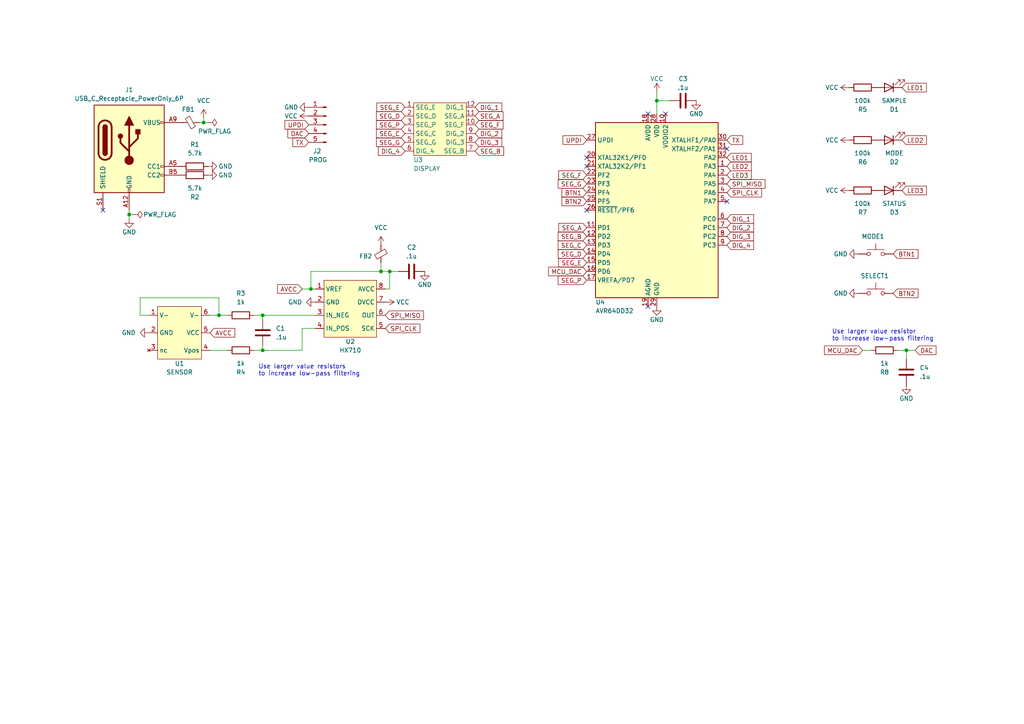
<source format=kicad_sch>
(kicad_sch (version 20230121) (generator eeschema)
  (paper "A4")
  (lib_symbols
    (symbol "Connector:Conn_01x05_Pin" (pin_names (offset 1.016) hide)
      (property "Reference" "J" (at 0 7.62 0))
      (property "Value" "Conn_01x05_Pin" (at 0 -7.62 0))
      (symbol "Conn_01x05_Pin_1_1"
        (polyline (pts (xy 1.27 -5.08) (xy 0.8636 -5.08)) (stroke (width 0.1524)))
        (polyline (pts (xy 1.27 -2.54) (xy 0.8636 -2.54)) (stroke (width 0.1524)))
        (polyline (pts (xy 1.27 0) (xy 0.8636 0)) (stroke (width 0.1524)))
        (polyline (pts (xy 1.27 2.54) (xy 0.8636 2.54)) (stroke (width 0.1524)))
        (polyline (pts (xy 1.27 5.08) (xy 0.8636 5.08)) (stroke (width 0.1524)))
        (rectangle (start 0.8636 -4.953) (end 0 -5.207) (stroke (width 0.1524)) (fill (type outline)))
        (rectangle (start 0.8636 -2.413) (end 0 -2.667) (stroke (width 0.1524)) (fill (type outline)))
        (rectangle (start 0.8636 0.127) (end 0 -0.127) (stroke (width 0.1524)) (fill (type outline)))
        (rectangle (start 0.8636 2.667) (end 0 2.413) (stroke (width 0.1524)) (fill (type outline)))
        (rectangle (start 0.8636 5.207) (end 0 4.953) (stroke (width 0.1524)) (fill (type outline)))
        (pin passive line (at 5.08 5.08 180) (length 3.81) (name "Pin_1") (number "1"))
        (pin passive line (at 5.08 2.54 180) (length 3.81) (name "Pin_2") (number "2"))
        (pin passive line (at 5.08 0 180) (length 3.81) (name "Pin_3") (number "3"))
        (pin passive line (at 5.08 -2.54 180) (length 3.81) (name "Pin_4") (number "4"))
        (pin passive line (at 5.08 -5.08 180) (length 3.81) (name "Pin_5") (number "5"))
      )
    )
    (symbol "Connector:USB_C_Receptacle_PowerOnly_6P" (pin_names (offset 1.016))
      (property "Reference" "J" (at 0 16.51 0))
      (property "Value" "USB_C_Receptacle_PowerOnly_6P" (at 0 13.97 0))
      (symbol "USB_C_Receptacle_PowerOnly_6P_0_0"
        (rectangle (start -0.254 -12.7) (end 0.254 -11.684))
        (rectangle (start 10.16 -7.366) (end 9.144 -7.874))
        (rectangle (start 10.16 -4.826) (end 9.144 -5.334))
        (rectangle (start 10.16 7.874) (end 9.144 7.366))
      )
      (symbol "USB_C_Receptacle_PowerOnly_6P_0_1"
        (rectangle (start -10.16 12.7) (end 10.16 -12.7) (stroke (width 0.254)) (fill (type background)))
        (arc (start -8.89 -1.27) (mid -6.985 -3.1667) (end -5.08 -1.27) (stroke (width 0.508)))
        (arc (start -7.62 -1.27) (mid -6.985 -1.9023) (end -6.35 -1.27) (stroke (width 0.254)))
        (arc (start -7.62 -1.27) (mid -6.985 -1.9023) (end -6.35 -1.27) (stroke (width 0.254)) (fill (type outline)))
        (rectangle (start -7.62 -1.27) (end -6.35 6.35) (stroke (width 0.254)) (fill (type outline)))
        (arc (start -6.35 6.35) (mid -6.985 6.9823) (end -7.62 6.35) (stroke (width 0.254)))
        (arc (start -6.35 6.35) (mid -6.985 6.9823) (end -7.62 6.35) (stroke (width 0.254)) (fill (type outline)))
        (arc (start -5.08 6.35) (mid -6.985 8.2467) (end -8.89 6.35) (stroke (width 0.508)))
        (circle (center -2.54 3.683) (radius 0.635) (stroke (width 0.254)) (fill (type outline)))
        (circle (center 0 -3.302) (radius 1.27) (fill (type outline)))
        (polyline (pts (xy -8.89 -1.27) (xy -8.89 6.35)) (stroke (width 0.508)))
        (polyline (pts (xy -5.08 6.35) (xy -5.08 -1.27)) (stroke (width 0.508)))
        (polyline (pts (xy 0 -3.302) (xy 0 6.858)) (stroke (width 0.508)))
        (polyline (pts (xy 0 -0.762) (xy -2.54 1.778) (xy -2.54 3.048)) (stroke (width 0.508)))
        (polyline (pts (xy 0 0.508) (xy 2.54 3.048) (xy 2.54 4.318)) (stroke (width 0.508)))
        (polyline (pts (xy -1.27 6.858) (xy 0 9.398) (xy 1.27 6.858) (xy -1.27 6.858)) (stroke (width 0.254)) (fill (type outline)))
        (rectangle (start 1.905 4.318) (end 3.175 5.588) (stroke (width 0.254)) (fill (type outline)))
      )
      (symbol "USB_C_Receptacle_PowerOnly_6P_1_1"
        (pin passive line (at 0 -17.78 90) (length 5.08) (name "GND") (number "A12"))
        (pin bidirectional line (at 15.24 -5.08 180) (length 5.08) (name "CC1") (number "A5"))
        (pin passive line (at 15.24 7.62 180) (length 5.08) (name "VBUS") (number "A9"))
        (pin passive line (at 0 -17.78 90) (length 5.08) hide (name "GND") (number "B12"))
        (pin bidirectional line (at 15.24 -7.62 180) (length 5.08) (name "CC2") (number "B5"))
        (pin passive line (at 15.24 7.62 180) (length 5.08) hide (name "VBUS") (number "B9"))
        (pin passive line (at -7.62 -17.78 90) (length 5.08) (name "SHIELD") (number "S1"))
      )
    )
    (symbol "Device:C" (pin_numbers hide) (pin_names (offset 0.254))
      (property "Reference" "C" (at 0.635 2.54 0))
      (property "Value" "C" (at 0.635 -2.54 0))
      (symbol "C_0_1"
        (polyline (pts (xy -2.032 -0.762) (xy 2.032 -0.762)) (stroke (width 0.508)))
        (polyline (pts (xy -2.032 0.762) (xy 2.032 0.762)) (stroke (width 0.508)))
      )
      (symbol "C_1_1"
        (pin passive line (at 0 3.81 270) (length 2.794) (name "~") (number "1"))
        (pin passive line (at 0 -3.81 90) (length 2.794) (name "~") (number "2"))
      )
    )
    (symbol "Device:FerriteBead_Small" (pin_numbers hide) (pin_names (offset 0))
      (property "Reference" "FB" (at 1.905 1.27 0))
      (property "Value" "FerriteBead_Small" (at 1.905 -1.27 0))
      (symbol "FerriteBead_Small_0_1"
        (polyline (pts (xy 0 -1.27) (xy 0 -0.7874)))
        (polyline (pts (xy 0 0.889) (xy 0 1.2954)))
        (polyline (pts (xy -1.8288 0.2794) (xy -1.1176 1.4986) (xy 1.8288 -0.2032) (xy 1.1176 -1.4224) (xy -1.8288 0.2794)))
      )
      (symbol "FerriteBead_Small_1_1"
        (pin passive line (at 0 2.54 270) (length 1.27) (name "~") (number "1"))
        (pin passive line (at 0 -2.54 90) (length 1.27) (name "~") (number "2"))
      )
    )
    (symbol "Device:LED" (pin_numbers hide) (pin_names (offset 1.016) hide)
      (property "Reference" "D" (at 0 2.54 0))
      (property "Value" "LED" (at 0 -2.54 0))
      (symbol "LED_0_1"
        (polyline (pts (xy -1.27 -1.27) (xy -1.27 1.27)) (stroke (width 0.254)))
        (polyline (pts (xy -1.27 0) (xy 1.27 0)))
        (polyline (pts (xy 1.27 -1.27) (xy 1.27 1.27) (xy -1.27 0) (xy 1.27 -1.27)) (stroke (width 0.254)))
        (polyline (pts (xy -3.048 -0.762) (xy -4.572 -2.286) (xy -3.81 -2.286) (xy -4.572 -2.286) (xy -4.572 -1.524)))
        (polyline (pts (xy -1.778 -0.762) (xy -3.302 -2.286) (xy -2.54 -2.286) (xy -3.302 -2.286) (xy -3.302 -1.524)))
      )
      (symbol "LED_1_1"
        (pin passive line (at -3.81 0 0) (length 2.54) (name "K") (number "1"))
        (pin passive line (at 3.81 0 180) (length 2.54) (name "A") (number "2"))
      )
    )
    (symbol "Device:R" (pin_numbers hide) (pin_names (offset 0))
      (property "Reference" "R" (at 2.032 0 90))
      (property "Value" "R" (at 0 0 90))
      (symbol "R_0_1"
        (rectangle (start -1.016 -2.54) (end 1.016 2.54) (stroke (width 0.254)))
      )
      (symbol "R_1_1"
        (pin passive line (at 0 3.81 270) (length 1.27) (name "~") (number "1"))
        (pin passive line (at 0 -3.81 90) (length 1.27) (name "~") (number "2"))
      )
    )
    (symbol "MCU_Microchip_AVR_Dx:AVR64DB32x-xPT"
      (property "Reference" "U" (at -17.78 26.67 0))
      (property "Value" "AVR64DB32x-xPT" (at 2.54 -26.67 0))
      (symbol "AVR64DB32x-xPT_0_1"
        (rectangle (start -17.78 25.4) (end 17.78 -25.4) (stroke (width 0.254)) (fill (type background)))
      )
      (symbol "AVR64DB32x-xPT_1_1"
        (pin bidirectional line (at 20.32 12.7 180) (length 2.54) (name "PA3") (number "1"))
        (pin power_in line (at 2.54 27.94 270) (length 2.54) (name "VDDIO2") (number "10"))
        (pin bidirectional line (at -20.32 -5.08 0) (length 2.54) (name "PD1") (number "11"))
        (pin bidirectional line (at -20.32 -7.62 0) (length 2.54) (name "PD2") (number "12"))
        (pin bidirectional line (at -20.32 -10.16 0) (length 2.54) (name "PD3") (number "13"))
        (pin bidirectional line (at -20.32 -12.7 0) (length 2.54) (name "PD4") (number "14"))
        (pin bidirectional line (at -20.32 -15.24 0) (length 2.54) (name "PD5") (number "15"))
        (pin bidirectional line (at -20.32 -17.78 0) (length 2.54) (name "PD6") (number "16"))
        (pin bidirectional line (at -20.32 -20.32 0) (length 2.54) (name "VREFA/PD7") (number "17"))
        (pin power_in line (at -2.54 27.94 270) (length 2.54) (name "AVDD") (number "18"))
        (pin power_in line (at -2.54 -27.94 90) (length 2.54) (name "AGND") (number "19"))
        (pin bidirectional line (at 20.32 10.16 180) (length 2.54) (name "PA4") (number "2"))
        (pin bidirectional line (at -20.32 15.24 0) (length 2.54) (name "XTAL32K1/PF0") (number "20"))
        (pin bidirectional line (at -20.32 12.7 0) (length 2.54) (name "XTAL32K2/PF1") (number "21"))
        (pin bidirectional line (at -20.32 10.16 0) (length 2.54) (name "PF2") (number "22"))
        (pin bidirectional line (at -20.32 7.62 0) (length 2.54) (name "PF3") (number "23"))
        (pin bidirectional line (at -20.32 5.08 0) (length 2.54) (name "PF4") (number "24"))
        (pin bidirectional line (at -20.32 2.54 0) (length 2.54) (name "PF5") (number "25"))
        (pin bidirectional line (at -20.32 0 0) (length 2.54) (name "~{RESET}/PF6") (number "26"))
        (pin input line (at -20.32 20.32 0) (length 2.54) (name "UPDI") (number "27"))
        (pin power_in line (at 0 27.94 270) (length 2.54) (name "VDD") (number "28"))
        (pin power_in line (at 0 -27.94 90) (length 2.54) (name "GND") (number "29"))
        (pin bidirectional line (at 20.32 7.62 180) (length 2.54) (name "PA5") (number "3"))
        (pin bidirectional line (at 20.32 20.32 180) (length 2.54) (name "XTALHF1/PA0") (number "30"))
        (pin bidirectional line (at 20.32 17.78 180) (length 2.54) (name "XTALHF2/PA1") (number "31"))
        (pin bidirectional line (at 20.32 15.24 180) (length 2.54) (name "PA2") (number "32"))
        (pin bidirectional line (at 20.32 5.08 180) (length 2.54) (name "PA6") (number "4"))
        (pin bidirectional line (at 20.32 2.54 180) (length 2.54) (name "PA7") (number "5"))
        (pin bidirectional line (at 20.32 -2.54 180) (length 2.54) (name "PC0") (number "6"))
        (pin bidirectional line (at 20.32 -5.08 180) (length 2.54) (name "PC1") (number "7"))
        (pin bidirectional line (at 20.32 -7.62 180) (length 2.54) (name "PC2") (number "8"))
        (pin bidirectional line (at 20.32 -10.16 180) (length 2.54) (name "PC3") (number "9"))
      )
    )
    (symbol "New_Library:display"
      (property "Reference" "U" (at -6.35 -10.16 0))
      (symbol "display_1_1"
        (rectangle (start -7.62 7.62) (end 7.62 -7.62) (fill (type background)))
        (pin input line (at -10.16 6.35 0) (length 2.54) (name "SEG_E") (number "1"))
        (pin input line (at 10.16 1.27 180) (length 2.54) (name "SEG_F") (number "10"))
        (pin input line (at 10.16 3.81 180) (length 2.54) (name "SEG_A") (number "11"))
        (pin input line (at 10.16 6.35 180) (length 2.54) (name "DIG_1") (number "12"))
        (pin input line (at -10.16 3.81 0) (length 2.54) (name "SEG_D") (number "2"))
        (pin input line (at -10.16 1.27 0) (length 2.54) (name "SEG_P") (number "3"))
        (pin input line (at -10.16 -1.27 0) (length 2.54) (name "SEG_C") (number "4"))
        (pin input line (at -10.16 -3.81 0) (length 2.54) (name "SEG_G") (number "5"))
        (pin input line (at -10.16 -6.35 0) (length 2.54) (name "DIG_4") (number "6"))
        (pin input line (at 10.16 -6.35 180) (length 2.54) (name "SEG_B") (number "7"))
        (pin input line (at 10.16 -3.81 180) (length 2.54) (name "DIG_3") (number "8"))
        (pin input line (at 10.16 -1.27 180) (length 2.54) (name "DIG_2") (number "9"))
      )
    )
    (symbol "New_Library:hx710"
      (property "Reference" "U" (at 0 -10.16 0))
      (symbol "hx710_1_1"
        (rectangle (start -7.62 7.62) (end 7.62 -8.89) (fill (type background)))
        (pin input line (at -10.16 5.08 0) (length 2.54) (name "VREF") (number "1"))
        (pin input line (at -10.16 1.27 0) (length 2.54) (name "GND") (number "2"))
        (pin input line (at -10.16 -2.54 0) (length 2.54) (name "IN_NEG") (number "3"))
        (pin input line (at -10.16 -6.35 0) (length 2.54) (name "IN_POS") (number "4"))
        (pin input line (at 10.16 -6.35 180) (length 2.54) (name "SCK") (number "5"))
        (pin output line (at 10.16 -2.54 180) (length 2.54) (name "OUT") (number "6"))
        (pin input line (at 10.16 1.27 180) (length 2.54) (name "DVCC") (number "7"))
        (pin input line (at 10.16 5.08 180) (length 2.54) (name "AVCC") (number "8"))
      )
    )
    (symbol "New_Library:pressure_sensor"
      (property "Reference" "U" (at -5.08 -8.89 0))
      (symbol "pressure_sensor_1_1"
        (rectangle (start -6.35 7.62) (end 6.35 -7.62) (fill (type background)))
        (pin input line (at -8.89 5.08 0) (length 2.54) (name "V-") (number "1"))
        (pin input line (at -8.89 0 0) (length 2.54) (name "GND") (number "2"))
        (pin no_connect line (at -8.89 -5.08 0) (length 2.54) (name "nc") (number "3"))
        (pin input line (at 8.89 -5.08 180) (length 2.54) (name "Vpos") (number "4"))
        (pin input line (at 8.89 0 180) (length 2.54) (name "VCC") (number "5"))
        (pin input line (at 8.89 5.08 180) (length 2.54) (name "V-") (number "6"))
      )
    )
    (symbol "Switch:SW_Push" (pin_numbers hide) (pin_names (offset 1.016) hide)
      (property "Reference" "SW" (at 1.27 2.54 0))
      (property "Value" "SW_Push" (at 0 -1.524 0))
      (symbol "SW_Push_0_1"
        (circle (center -2.032 0) (radius 0.508))
        (polyline (pts (xy 0 1.27) (xy 0 3.048)))
        (polyline (pts (xy 2.54 1.27) (xy -2.54 1.27)))
        (circle (center 2.032 0) (radius 0.508))
        (pin passive line (at -5.08 0 0) (length 2.54) (name "1") (number "1"))
        (pin passive line (at 5.08 0 180) (length 2.54) (name "2") (number "2"))
      )
    )
    (symbol "power:GND" (power) (pin_names (offset 0))
      (property "Value" "GND" (at 0 -3.81 0))
      (symbol "GND_0_1"
        (polyline (pts (xy 0 0) (xy 0 -1.27) (xy 1.27 -1.27) (xy 0 -2.54) (xy -1.27 -1.27) (xy 0 -1.27)))
      )
      (symbol "GND_1_1"
        (pin power_in line (at 0 0 270) (length 0) hide (name "GND") (number "1"))
      )
    )
    (symbol "power:PWR_FLAG" (power) (pin_numbers hide) (pin_names (offset 0) hide)
      (property "Value" "PWR_FLAG" (at 0 3.81 0))
      (symbol "PWR_FLAG_0_0"
        (pin power_out line (at 0 0 90) (length 0) (name "pwr") (number "1"))
      )
      (symbol "PWR_FLAG_0_1"
        (polyline (pts (xy 0 0) (xy 0 1.27) (xy -1.016 1.905) (xy 0 2.54) (xy 1.016 1.905) (xy 0 1.27)))
      )
    )
    (symbol "power:VCC" (power) (pin_names (offset 0))
      (property "Value" "VCC" (at 0 3.81 0))
      (symbol "VCC_0_1"
        (polyline (pts (xy -0.762 1.27) (xy 0 2.54)))
        (polyline (pts (xy 0 0) (xy 0 2.54)))
        (polyline (pts (xy 0 2.54) (xy 0.762 1.27)))
      )
      (symbol "VCC_1_1"
        (pin power_in line (at 0 0 90) (length 0) hide (name "VCC") (number "1"))
      )
    )
  )
  (junction (at 262.89 101.6))
  (junction (at 37.465 62.23))
  (junction (at 113.03 78.74))
  (junction (at 110.49 78.74))
  (junction (at 63.5 91.44))
  (junction (at 190.5 29.21))
  (junction (at 90.17 83.82))
  (junction (at 76.2 91.44))
  (junction (at 59.055 35.56))
  (junction (at 76.2 101.6))
  (no_connect (at 210.82 43.18))
  (no_connect (at 193.04 33.02))
  (no_connect (at 29.845 60.96))
  (no_connect (at 187.96 88.9))
  (no_connect (at 187.96 33.02))
  (no_connect (at 170.18 60.96))
  (no_connect (at 210.82 58.42))
  (no_connect (at 170.18 48.26))
  (no_connect (at 170.18 45.72))
  (wire (pts (xy 76.2 91.44) (xy 91.44 91.44)))
  (wire (pts (xy 63.5 91.44) (xy 66.04 91.44)))
  (wire (pts (xy 87.63 101.6) (xy 76.2 101.6)))
  (wire (pts (xy 113.03 78.74) (xy 115.57 78.74)))
  (wire (pts (xy 90.17 83.82) (xy 91.44 83.82)))
  (wire (pts (xy 90.17 83.82) (xy 90.17 78.74)))
  (wire (pts (xy 90.17 78.74) (xy 110.49 78.74)))
  (wire (pts (xy 59.055 35.56) (xy 60.325 35.56)))
  (wire (pts (xy 60.96 91.44) (xy 63.5 91.44)))
  (wire (pts (xy 76.2 92.71) (xy 76.2 91.44)))
  (wire (pts (xy 76.2 100.33) (xy 76.2 101.6)))
  (wire (pts (xy 190.5 29.21) (xy 190.5 26.67)))
  (wire (pts (xy 37.465 62.23) (xy 38.735 62.23)))
  (wire (pts (xy 113.03 83.82) (xy 111.76 83.82)))
  (wire (pts (xy 250.19 101.6) (xy 252.73 101.6)))
  (wire (pts (xy 194.31 29.21) (xy 190.5 29.21)))
  (wire (pts (xy 262.89 101.6) (xy 262.89 104.14)))
  (wire (pts (xy 60.96 101.6) (xy 66.04 101.6)))
  (wire (pts (xy 40.64 91.44) (xy 40.64 86.36)))
  (wire (pts (xy 63.5 86.36) (xy 63.5 91.44)))
  (wire (pts (xy 87.63 95.25) (xy 87.63 101.6)))
  (wire (pts (xy 57.785 35.56) (xy 59.055 35.56)))
  (wire (pts (xy 76.2 101.6) (xy 73.66 101.6)))
  (wire (pts (xy 40.64 86.36) (xy 63.5 86.36)))
  (wire (pts (xy 190.5 29.21) (xy 190.5 33.02)))
  (wire (pts (xy 87.63 83.82) (xy 90.17 83.82)))
  (wire (pts (xy 59.055 35.56) (xy 59.055 34.29)))
  (wire (pts (xy 110.49 76.2) (xy 110.49 78.74)))
  (wire (pts (xy 91.44 95.25) (xy 87.63 95.25)))
  (wire (pts (xy 37.465 60.96) (xy 37.465 62.23)))
  (wire (pts (xy 40.64 91.44) (xy 43.18 91.44)))
  (wire (pts (xy 260.35 101.6) (xy 262.89 101.6)))
  (wire (pts (xy 110.49 78.74) (xy 113.03 78.74)))
  (wire (pts (xy 76.2 91.44) (xy 73.66 91.44)))
  (wire (pts (xy 113.03 78.74) (xy 113.03 83.82)))
  (wire (pts (xy 37.465 62.23) (xy 37.465 63.5)))
  (wire (pts (xy 262.89 101.6) (xy 265.43 101.6)))
  (text "Use larger value resistors \nto increase low-pass filtering" (at 74.93 109.22 0) (effects (font (size 1.27 1.27)) (justify left bottom)))
  (text "Use larger value resistor\nto increase low-pass filtering" (at 241.3 99.06 0) (effects (font (size 1.27 1.27)) (justify left bottom)))
  (global_label "SEG_E" (shape input) (at 170.18 76.2 180) (property "Intersheetrefs" "${INTERSHEET_REFS}" (effects hide)))
  (global_label "SPI_MISO" (shape input) (at 210.82 53.34 0) (property "Intersheetrefs" "${INTERSHEET_REFS}" (effects hide)))
  (global_label "UPDI" (shape input) (at 89.535 36.195 180) (property "Intersheetrefs" "${INTERSHEET_REFS}" (effects hide)))
  (global_label "DAC" (shape input) (at 265.43 101.6 0) (property "Intersheetrefs" "${INTERSHEET_REFS}" (effects hide)))
  (global_label "LED2" (shape input) (at 210.82 48.26 0) (property "Intersheetrefs" "${INTERSHEET_REFS}" (effects hide)))
  (global_label "SEG_P" (shape input) (at 117.475 36.195 180) (property "Intersheetrefs" "${INTERSHEET_REFS}" (effects hide)))
  (global_label "SEG_C" (shape input) (at 117.475 38.735 180) (property "Intersheetrefs" "${INTERSHEET_REFS}" (effects hide)))
  (global_label "DIG_3" (shape input) (at 137.795 41.275 0) (property "Intersheetrefs" "${INTERSHEET_REFS}" (effects hide)))
  (global_label "DIG_3" (shape input) (at 210.82 68.58 0) (property "Intersheetrefs" "${INTERSHEET_REFS}" (effects hide)))
  (global_label "SEG_F" (shape input) (at 137.795 36.195 0) (property "Intersheetrefs" "${INTERSHEET_REFS}" (effects hide)))
  (global_label "DIG_2" (shape input) (at 137.795 38.735 0) (property "Intersheetrefs" "${INTERSHEET_REFS}" (effects hide)))
  (global_label "SEG_A" (shape input) (at 137.795 33.655 0) (property "Intersheetrefs" "${INTERSHEET_REFS}" (effects hide)))
  (global_label "BTN1" (shape input) (at 259.08 73.66 0) (property "Intersheetrefs" "${INTERSHEET_REFS}" (effects hide)))
  (global_label "LED3" (shape input) (at 210.82 50.8 0) (property "Intersheetrefs" "${INTERSHEET_REFS}" (effects hide)))
  (global_label "TX" (shape input) (at 89.535 41.275 180) (property "Intersheetrefs" "${INTERSHEET_REFS}" (effects hide)))
  (global_label "DIG_1" (shape input) (at 137.795 31.115 0) (property "Intersheetrefs" "${INTERSHEET_REFS}" (effects hide)))
  (global_label "LED1" (shape input) (at 210.82 45.72 0) (property "Intersheetrefs" "${INTERSHEET_REFS}" (effects hide)))
  (global_label "MCU_DAC" (shape input) (at 250.19 101.6 180) (property "Intersheetrefs" "${INTERSHEET_REFS}" (effects hide)))
  (global_label "AVCC" (shape input) (at 87.63 83.82 180) (property "Intersheetrefs" "${INTERSHEET_REFS}" (effects hide)))
  (global_label "SEG_P" (shape input) (at 170.18 81.28 180) (property "Intersheetrefs" "${INTERSHEET_REFS}" (effects hide)))
  (global_label "LED2" (shape input) (at 261.62 40.64 0) (property "Intersheetrefs" "${INTERSHEET_REFS}" (effects hide)))
  (global_label "SEG_C" (shape input) (at 170.18 71.12 180) (property "Intersheetrefs" "${INTERSHEET_REFS}" (effects hide)))
  (global_label "SEG_B" (shape input) (at 137.795 43.815 0) (property "Intersheetrefs" "${INTERSHEET_REFS}" (effects hide)))
  (global_label "LED3" (shape input) (at 261.62 55.245 0) (property "Intersheetrefs" "${INTERSHEET_REFS}" (effects hide)))
  (global_label "BTN2" (shape input) (at 170.18 58.42 180) (property "Intersheetrefs" "${INTERSHEET_REFS}" (effects hide)))
  (global_label "DIG_4" (shape input) (at 117.475 43.815 180) (property "Intersheetrefs" "${INTERSHEET_REFS}" (effects hide)))
  (global_label "AVCC" (shape input) (at 60.96 96.52 0) (property "Intersheetrefs" "${INTERSHEET_REFS}" (effects hide)))
  (global_label "SPI_CLK" (shape input) (at 111.76 95.25 0) (property "Intersheetrefs" "${INTERSHEET_REFS}" (effects hide)))
  (global_label "SEG_B" (shape input) (at 170.18 68.58 180) (property "Intersheetrefs" "${INTERSHEET_REFS}" (effects hide)))
  (global_label "SEG_D" (shape input) (at 170.18 73.66 180) (property "Intersheetrefs" "${INTERSHEET_REFS}" (effects hide)))
  (global_label "DIG_4" (shape input) (at 210.82 71.12 0) (property "Intersheetrefs" "${INTERSHEET_REFS}" (effects hide)))
  (global_label "MCU_DAC" (shape input) (at 170.18 78.74 180) (property "Intersheetrefs" "${INTERSHEET_REFS}" (effects hide)))
  (global_label "DIG_1" (shape input) (at 210.82 63.5 0) (property "Intersheetrefs" "${INTERSHEET_REFS}" (effects hide)))
  (global_label "SPI_MISO" (shape input) (at 111.76 91.44 0) (property "Intersheetrefs" "${INTERSHEET_REFS}" (effects hide)))
  (global_label "DIG_2" (shape input) (at 210.82 66.04 0) (property "Intersheetrefs" "${INTERSHEET_REFS}" (effects hide)))
  (global_label "BTN2" (shape input) (at 259.08 85.09 0) (property "Intersheetrefs" "${INTERSHEET_REFS}" (effects hide)))
  (global_label "SEG_F" (shape input) (at 170.18 50.8 180) (property "Intersheetrefs" "${INTERSHEET_REFS}" (effects hide)))
  (global_label "DAC" (shape input) (at 89.535 38.735 180) (property "Intersheetrefs" "${INTERSHEET_REFS}" (effects hide)))
  (global_label "UPDI" (shape input) (at 170.18 40.64 180) (property "Intersheetrefs" "${INTERSHEET_REFS}" (effects hide)))
  (global_label "SEG_E" (shape input) (at 117.475 31.115 180) (property "Intersheetrefs" "${INTERSHEET_REFS}" (effects hide)))
  (global_label "SPI_CLK" (shape input) (at 210.82 55.88 0) (property "Intersheetrefs" "${INTERSHEET_REFS}" (effects hide)))
  (global_label "SEG_G" (shape input) (at 117.475 41.275 180) (property "Intersheetrefs" "${INTERSHEET_REFS}" (effects hide)))
  (global_label "SEG_G" (shape input) (at 170.18 53.34 180) (property "Intersheetrefs" "${INTERSHEET_REFS}" (effects hide)))
  (global_label "LED1" (shape input) (at 261.62 25.4 0) (property "Intersheetrefs" "${INTERSHEET_REFS}" (effects hide)))
  (global_label "TX" (shape input) (at 210.82 40.64 0) (property "Intersheetrefs" "${INTERSHEET_REFS}" (effects hide)))
  (global_label "BTN1" (shape input) (at 170.18 55.88 180) (property "Intersheetrefs" "${INTERSHEET_REFS}" (effects hide)))
  (global_label "SEG_A" (shape input) (at 170.18 66.04 180) (property "Intersheetrefs" "${INTERSHEET_REFS}" (effects hide)))
  (global_label "SEG_D" (shape input) (at 117.475 33.655 180) (property "Intersheetrefs" "${INTERSHEET_REFS}" (effects hide)))
  (symbol (lib_id "New_Library:hx710") (at 101.6 88.9 0) (unit 1)
    (property "Reference" "U2" (at 101.6 99.06 0))
    (property "Value" "HX710" (at 101.6 101.6 0))
    (property "Footprint" "Package_SO:SSOP-8_3.9x5.05mm_P1.27mm" (effects hide))
  )
  (symbol (lib_id "power:PWR_FLAG") (at 60.325 35.56 270) (unit 1)
    (property "Reference" "#FLG02" (effects hide))
    (property "Value" "PWR_FLAG" (at 62.23 38.1 90))
  )
  (symbol (lib_id "power:GND") (at 89.535 31.115 270) (unit 1)
    (property "Reference" "#PWR06" (effects hide))
    (property "Value" "GND" (at 84.455 31.115 90))
  )
  (symbol (lib_id "power:GND") (at 248.92 73.66 270) (unit 1)
    (property "Reference" "#PWR018" (effects hide))
    (property "Value" "GND" (at 243.84 73.66 90))
  )
  (symbol (lib_id "Device:R") (at 250.19 40.64 270) (unit 1)
    (property "Reference" "R6" (at 250.19 46.99 90))
    (property "Value" "100k" (at 250.19 44.45 90))
    (property "Footprint" "Resistor_SMD:R_0805_2012Metric_Pad1.20x1.40mm_HandSolder" (effects hide))
  )
  (symbol (lib_id "Device:R") (at 250.19 55.245 270) (unit 1)
    (property "Reference" "R7" (at 250.19 61.595 90))
    (property "Value" "100k" (at 250.19 59.055 90))
    (property "Footprint" "Resistor_SMD:R_0805_2012Metric_Pad1.20x1.40mm_HandSolder" (effects hide))
  )
  (symbol (lib_id "Switch:SW_Push") (at 254 85.09 0) (mirror y) (unit 1)
    (property "Reference" "SELECT1" (at 257.81 80.01 0) (effects (justify left)))
    (property "Value" "SW_Push" (effects hide))
    (property "Footprint" "Button_Switch_THT:SW_PUSH_6mm_H5mm" (effects hide))
  )
  (symbol (lib_id "Device:R") (at 56.515 50.8 270) (mirror x) (unit 1)
    (property "Reference" "R2" (at 56.515 57.15 90))
    (property "Value" "5.7k" (at 56.515 54.61 90))
    (property "Footprint" "Resistor_SMD:R_0805_2012Metric_Pad1.20x1.40mm_HandSolder" (effects hide))
  )
  (symbol (lib_id "power:GND") (at 262.89 111.76 0) (unit 1)
    (property "Reference" "#PWR020" (effects hide))
    (property "Value" "GND" (at 262.89 115.57 0))
  )
  (symbol (lib_id "Device:R") (at 250.19 25.4 270) (unit 1)
    (property "Reference" "R5" (at 250.19 31.75 90))
    (property "Value" "100k" (at 250.19 29.21 90))
    (property "Footprint" "Resistor_SMD:R_0805_2012Metric_Pad1.20x1.40mm_HandSolder" (effects hide))
  )
  (symbol (lib_id "Device:FerriteBead_Small") (at 55.245 35.56 90) (mirror x) (unit 1)
    (property "Reference" "FB1" (at 52.705 31.75 90) (effects (justify right)))
    (property "Value" "FerriteBead_Small" (effects hide))
    (property "Footprint" "Resistor_SMD:R_0805_2012Metric_Pad1.20x1.40mm_HandSolder" (effects hide))
  )
  (symbol (lib_id "power:GND") (at 60.325 48.26 90) (unit 1)
    (property "Reference" "#PWR04" (effects hide))
    (property "Value" "GND" (at 65.405 48.26 90))
  )
  (symbol (lib_id "Device:C") (at 119.38 78.74 90) (unit 1)
    (property "Reference" "C2" (at 119.38 71.755 90))
    (property "Value" ".1u" (at 119.38 74.295 90))
    (property "Footprint" "Capacitor_SMD:C_0805_2012Metric_Pad1.18x1.45mm_HandSolder" (effects hide))
  )
  (symbol (lib_id "power:GND") (at 201.93 29.21 0) (unit 1)
    (property "Reference" "#PWR014" (effects hide))
    (property "Value" "GND" (at 201.93 33.02 0))
  )
  (symbol (lib_id "power:VCC") (at 59.055 34.29 0) (unit 1)
    (property "Reference" "#PWR03" (effects hide))
    (property "Value" "VCC" (at 59.055 29.21 0))
  )
  (symbol (lib_id "Device:C") (at 76.2 96.52 0) (unit 1)
    (property "Reference" "C1" (at 80.01 95.25 0) (effects (justify left)))
    (property "Value" ".1u" (at 80.01 97.79 0) (effects (justify left)))
    (property "Footprint" "Capacitor_SMD:C_0805_2012Metric_Pad1.18x1.45mm_HandSolder" (effects hide))
  )
  (symbol (lib_id "Device:R") (at 56.515 48.26 90) (mirror x) (unit 1)
    (property "Reference" "R1" (at 56.515 41.91 90))
    (property "Value" "5.7k" (at 56.515 44.45 90))
    (property "Footprint" "Resistor_SMD:R_0805_2012Metric_Pad1.20x1.40mm_HandSolder" (effects hide))
  )
  (symbol (lib_id "New_Library:pressure_sensor") (at 52.07 96.52 0) (unit 1)
    (property "Reference" "U1" (at 52.07 105.41 0))
    (property "Value" "SENSOR" (at 52.07 107.95 0))
    (property "Footprint" "AAA_CUSTOM_LIBRARY:pressure-sensor-SOIC-6" (effects hide))
  )
  (symbol (lib_id "power:VCC") (at 110.49 71.12 0) (unit 1)
    (property "Reference" "#PWR09" (effects hide))
    (property "Value" "VCC" (at 110.49 66.04 0))
  )
  (symbol (lib_id "New_Library:display") (at 127.635 37.465 0) (unit 1)
    (property "Reference" "U3" (at 121.285 46.355 0))
    (property "Value" "DISPLAY" (at 123.825 48.895 0))
    (property "Footprint" "AAA_CUSTOM_LIBRARY:7_seg_display_DIP12" (effects hide))
  )
  (symbol (lib_id "power:VCC") (at 111.76 87.63 270) (unit 1)
    (property "Reference" "#PWR010" (effects hide))
    (property "Value" "VCC" (at 114.935 87.63 90) (effects (justify left)))
  )
  (symbol (lib_id "power:VCC") (at 246.38 55.245 90) (unit 1)
    (property "Reference" "#PWR017" (effects hide))
    (property "Value" "VCC" (at 241.3 55.245 90))
  )
  (symbol (lib_id "power:GND") (at 60.325 50.8 90) (unit 1)
    (property "Reference" "#PWR05" (effects hide))
    (property "Value" "GND" (at 65.405 50.8 90))
  )
  (symbol (lib_id "Device:LED") (at 257.81 55.245 180) (unit 1)
    (property "Reference" "D3" (at 259.3975 61.595 0))
    (property "Value" "STATUS" (at 259.3975 59.055 0))
    (property "Footprint" "LED_SMD:LED_0805_2012Metric_Pad1.15x1.40mm_HandSolder" (effects hide))
  )
  (symbol (lib_id "power:VCC") (at 190.5 26.67 0) (unit 1)
    (property "Reference" "#PWR012" (effects hide))
    (property "Value" "VCC" (at 190.5 22.86 0))
  )
  (symbol (lib_id "Device:LED") (at 257.81 25.4 180) (unit 1)
    (property "Reference" "D1" (at 259.3975 31.75 0))
    (property "Value" "SAMPLE" (at 259.3975 29.21 0))
    (property "Footprint" "LED_SMD:LED_0805_2012Metric_Pad1.15x1.40mm_HandSolder" (effects hide))
  )
  (symbol (lib_id "Device:FerriteBead_Small") (at 110.49 73.66 0) (mirror x) (unit 1)
    (property "Reference" "FB2" (at 107.95 74.295 0) (effects (justify right)))
    (property "Value" "FerriteBead_Small" (effects hide))
    (property "Footprint" "Resistor_SMD:R_0805_2012Metric_Pad1.20x1.40mm_HandSolder" (effects hide))
  )
  (symbol (lib_id "Device:R") (at 69.85 91.44 90) (unit 1)
    (property "Reference" "R3" (at 69.85 85.09 90))
    (property "Value" "1k" (at 69.85 87.63 90))
    (property "Footprint" "Resistor_SMD:R_0805_2012Metric_Pad1.20x1.40mm_HandSolder" (effects hide))
  )
  (symbol (lib_id "power:GND") (at 123.19 78.74 0) (unit 1)
    (property "Reference" "#PWR011" (effects hide))
    (property "Value" "GND" (at 123.19 82.55 0))
  )
  (symbol (lib_id "Device:LED") (at 257.81 40.64 180) (unit 1)
    (property "Reference" "D2" (at 259.3975 46.99 0))
    (property "Value" "MODE" (at 259.3975 44.45 0))
    (property "Footprint" "LED_SMD:LED_0805_2012Metric_Pad1.15x1.40mm_HandSolder" (effects hide))
  )
  (symbol (lib_id "MCU_Microchip_AVR_Dx:AVR64DB32x-xPT") (at 190.5 60.96 0) (unit 1)
    (property "Reference" "U4" (at 172.72 87.63 0) (effects (justify left)))
    (property "Value" "AVR64DD32" (at 172.72 90.17 0) (effects (justify left)))
    (property "Footprint" "Package_QFP:TQFP-32_7x7mm_P0.8mm" (effects hide))
    (property "Datasheet" "https://ww1.microchip.com/downloads/en/DeviceDoc/AVR64DB28-32-48-64-DataSheet-DS40002300A.pdf" (effects hide))
  )
  (symbol (lib_id "power:GND") (at 43.18 96.52 270) (unit 1)
    (property "Reference" "#PWR02" (effects hide))
    (property "Value" "GND" (at 39.37 96.52 90) (effects (justify right)))
  )
  (symbol (lib_id "Connector:Conn_01x05_Pin") (at 94.615 36.195 0) (mirror y) (unit 1)
    (property "Reference" "J2" (at 90.805 43.815 0) (effects (justify right)))
    (property "Value" "PROG" (at 89.535 46.355 0) (effects (justify right)))
    (property "Footprint" "Connector_PinHeader_2.54mm:PinHeader_1x05_P2.54mm_Vertical" (effects hide))
  )
  (symbol (lib_id "power:VCC") (at 246.38 40.64 90) (unit 1)
    (property "Reference" "#PWR016" (effects hide))
    (property "Value" "VCC" (at 241.3 40.64 90))
  )
  (symbol (lib_id "Device:R") (at 256.54 101.6 270) (unit 1)
    (property "Reference" "R8" (at 256.54 107.95 90))
    (property "Value" "1k" (at 256.54 105.41 90))
    (property "Footprint" "Resistor_SMD:R_0805_2012Metric_Pad1.20x1.40mm_HandSolder" (effects hide))
  )
  (symbol (lib_id "power:GND") (at 190.5 88.9 0) (unit 1)
    (property "Reference" "#PWR013" (effects hide))
    (property "Value" "GND" (at 190.5 92.71 0))
  )
  (symbol (lib_id "power:VCC") (at 89.535 33.655 90) (unit 1)
    (property "Reference" "#PWR07" (effects hide))
    (property "Value" "VCC" (at 84.455 33.655 90))
  )
  (symbol (lib_id "Device:C") (at 198.12 29.21 90) (unit 1)
    (property "Reference" "C3" (at 198.12 22.86 90))
    (property "Value" ".1u" (at 198.12 25.4 90))
    (property "Footprint" "Capacitor_SMD:C_0805_2012Metric_Pad1.18x1.45mm_HandSolder" (effects hide))
  )
  (symbol (lib_id "power:VCC") (at 246.38 25.4 90) (unit 1)
    (property "Reference" "#PWR015" (effects hide))
    (property "Value" "VCC" (at 241.3 25.4 90))
  )
  (symbol (lib_id "Device:C") (at 262.89 107.95 0) (unit 1)
    (property "Reference" "C4" (at 266.7 106.68 0) (effects (justify left)))
    (property "Value" ".1u" (at 266.7 109.22 0) (effects (justify left)))
    (property "Footprint" "Capacitor_SMD:C_0805_2012Metric_Pad1.18x1.45mm_HandSolder" (effects hide))
  )
  (symbol (lib_id "power:GND") (at 248.92 85.09 270) (unit 1)
    (property "Reference" "#PWR019" (effects hide))
    (property "Value" "GND" (at 243.84 85.09 90))
  )
  (symbol (lib_id "Device:R") (at 69.85 101.6 270) (mirror x) (unit 1)
    (property "Reference" "R4" (at 69.85 107.95 90))
    (property "Value" "1k" (at 69.85 105.41 90))
    (property "Footprint" "Resistor_SMD:R_0805_2012Metric_Pad1.20x1.40mm_HandSolder" (effects hide))
  )
  (symbol (lib_id "power:GND") (at 37.465 63.5 0) (unit 1)
    (property "Reference" "#PWR01" (effects hide))
    (property "Value" "GND" (at 37.465 67.31 0))
  )
  (symbol (lib_id "power:GND") (at 91.44 87.63 270) (unit 1)
    (property "Reference" "#PWR08" (effects hide))
    (property "Value" "GND" (at 87.63 87.63 90) (effects (justify right)))
  )
  (symbol (lib_id "power:PWR_FLAG") (at 38.735 62.23 270) (unit 1)
    (property "Reference" "#FLG01" (effects hide))
    (property "Value" "PWR_FLAG" (at 46.355 62.23 90))
  )
  (symbol (lib_id "Connector:USB_C_Receptacle_PowerOnly_6P") (at 37.465 43.18 0) (unit 1)
    (property "Reference" "J1" (at 37.465 26.035 0))
    (property "Value" "USB_C_Receptacle_PowerOnly_6P" (at 37.465 28.575 0))
    (property "Footprint" "AAA_CUSTOM_LIBRARY:USB_C_Receptacle_GCT_USB4105-xx-A_16P_TopMnt_Horizontal" (effects hide))
    (property "Datasheet" "https://www.usb.org/sites/default/files/documents/usb_type-c.zip" (effects hide))
  )
  (symbol (lib_id "Switch:SW_Push") (at 254 73.66 0) (mirror y) (unit 1)
    (property "Reference" "MODE1" (at 256.54 68.58 0) (effects (justify left)))
    (property "Value" "SW_Push" (effects hide))
    (property "Footprint" "Button_Switch_THT:SW_PUSH_6mm_H5mm" (effects hide))
  )
)
</source>
